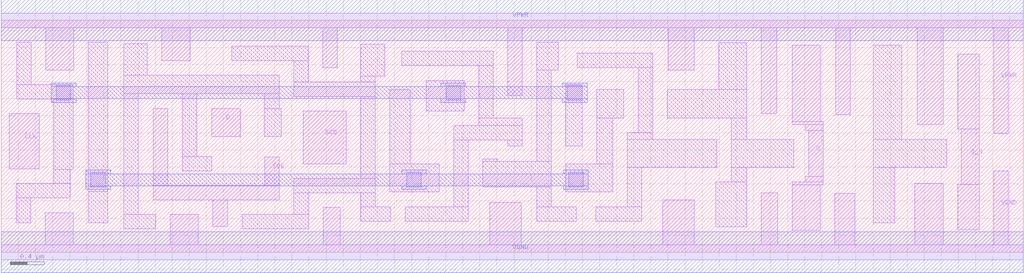
<source format=lef>
# Copyright 2020 The SkyWater PDK Authors
#
# Licensed under the Apache License, Version 2.0 (the "License");
# you may not use this file except in compliance with the License.
# You may obtain a copy of the License at
#
#     https://www.apache.org/licenses/LICENSE-2.0
#
# Unless required by applicable law or agreed to in writing, software
# distributed under the License is distributed on an "AS IS" BASIS,
# WITHOUT WARRANTIES OR CONDITIONS OF ANY KIND, either express or implied.
# See the License for the specific language governing permissions and
# limitations under the License.
#
# SPDX-License-Identifier: Apache-2.0

VERSION 5.5 ;
NAMESCASESENSITIVE ON ;
BUSBITCHARS "[]" ;
DIVIDERCHAR "/" ;
MACRO sky130_fd_sc_hd__sdfxbp_2
  CLASS CORE ;
  SOURCE USER ;
  ORIGIN  0.000000  0.000000 ;
  SIZE  11.96000 BY  2.720000 ;
  SYMMETRY X Y R90 ;
  SITE unithd ;
  PIN D
    ANTENNAGATEAREA  0.159000 ;
    DIRECTION INPUT ;
    USE SIGNAL ;
    PORT
      LAYER li1 ;
        RECT 2.460000 1.355000 2.795000 1.685000 ;
    END
  END D
  PIN Q
    ANTENNADIFFAREA  0.445500 ;
    DIRECTION OUTPUT ;
    USE SIGNAL ;
    PORT
      LAYER li1 ;
        RECT 9.255000 0.255000 9.585000 0.790000 ;
        RECT 9.255000 0.790000 9.615000 0.825000 ;
        RECT 9.255000 1.495000 9.615000 1.530000 ;
        RECT 9.255000 1.530000 9.585000 2.430000 ;
        RECT 9.410000 0.825000 9.615000 0.890000 ;
        RECT 9.410000 1.430000 9.615000 1.495000 ;
        RECT 9.445000 0.890000 9.615000 1.430000 ;
    END
  END Q
  PIN Q_N
    ANTENNADIFFAREA  0.445500 ;
    DIRECTION OUTPUT ;
    USE SIGNAL ;
    PORT
      LAYER li1 ;
        RECT 11.190000 0.265000 11.440000 0.795000 ;
        RECT 11.190000 1.445000 11.440000 2.325000 ;
        RECT 11.235000 0.795000 11.440000 1.445000 ;
    END
  END Q_N
  PIN SCD
    ANTENNAGATEAREA  0.159000 ;
    DIRECTION INPUT ;
    USE SIGNAL ;
    PORT
      LAYER li1 ;
        RECT 3.535000 1.035000 4.035000 1.655000 ;
    END
  END SCD
  PIN SCE
    ANTENNAGATEAREA  0.318000 ;
    DIRECTION INPUT ;
    USE SIGNAL ;
    PORT
      LAYER li1 ;
        RECT 1.780000 0.615000 3.255000 0.785000 ;
        RECT 1.780000 0.785000 1.950000 1.685000 ;
        RECT 2.475000 0.305000 2.650000 0.615000 ;
        RECT 3.085000 0.785000 3.255000 1.115000 ;
    END
  END SCE
  PIN CLK
    ANTENNAGATEAREA  0.159000 ;
    DIRECTION INPUT ;
    USE CLOCK ;
    PORT
      LAYER li1 ;
        RECT 0.095000 0.975000 0.445000 1.625000 ;
    END
  END CLK
  PIN VGND
    DIRECTION INOUT ;
    SHAPE ABUTMENT ;
    USE GROUND ;
    PORT
      LAYER li1 ;
        RECT  0.000000 -0.085000 11.960000 0.085000 ;
        RECT  0.515000  0.085000  0.845000 0.465000 ;
        RECT  1.975000  0.085000  2.305000 0.445000 ;
        RECT  3.765000  0.085000  3.965000 0.525000 ;
        RECT  5.715000  0.085000  6.085000 0.585000 ;
        RECT  7.740000  0.085000  8.110000 0.615000 ;
        RECT  8.895000  0.085000  9.085000 0.695000 ;
        RECT  9.755000  0.085000  9.985000 0.690000 ;
        RECT 10.690000  0.085000 11.020000 0.805000 ;
        RECT 11.610000  0.085000 11.780000 0.955000 ;
    END
    PORT
      LAYER met1 ;
        RECT 0.000000 -0.240000 11.960000 0.240000 ;
    END
  END VGND
  PIN VNB
    DIRECTION INOUT ;
    USE GROUND ;
    PORT
    END
  END VNB
  PIN VPB
    DIRECTION INOUT ;
    USE POWER ;
    PORT
    END
  END VPB
  PIN VPWR
    DIRECTION INOUT ;
    SHAPE ABUTMENT ;
    USE POWER ;
    PORT
      LAYER li1 ;
        RECT  0.000000 2.635000 11.960000 2.805000 ;
        RECT  0.520000 2.135000  0.850000 2.635000 ;
        RECT  1.880000 2.245000  2.210000 2.635000 ;
        RECT  3.760000 2.165000  3.930000 2.635000 ;
        RECT  5.925000 1.835000  6.095000 2.635000 ;
        RECT  7.805000 2.135000  8.110000 2.635000 ;
        RECT  8.895000 1.625000  9.075000 2.635000 ;
        RECT  9.765000 1.615000  9.935000 2.635000 ;
        RECT 10.715000 1.495000 11.020000 2.635000 ;
        RECT 11.610000 1.395000 11.780000 2.635000 ;
    END
    PORT
      LAYER met1 ;
        RECT 0.000000 2.480000 11.960000 2.960000 ;
    END
  END VPWR
  OBS
    LAYER li1 ;
      RECT  0.175000 0.345000  0.345000 0.635000 ;
      RECT  0.175000 0.635000  0.810000 0.805000 ;
      RECT  0.180000 1.795000  0.845000 1.965000 ;
      RECT  0.180000 1.965000  0.350000 2.465000 ;
      RECT  0.615000 0.805000  0.810000 0.970000 ;
      RECT  0.615000 0.970000  0.845000 1.795000 ;
      RECT  1.015000 0.345000  1.245000 0.715000 ;
      RECT  1.020000 0.715000  1.245000 2.465000 ;
      RECT  1.435000 0.275000  1.805000 0.445000 ;
      RECT  1.435000 0.445000  1.605000 1.860000 ;
      RECT  1.435000 1.860000  3.250000 2.075000 ;
      RECT  1.435000 2.075000  1.710000 2.445000 ;
      RECT  2.120000 0.955000  2.465000 1.125000 ;
      RECT  2.120000 1.125000  2.290000 1.860000 ;
      RECT  2.695000 2.245000  3.590000 2.415000 ;
      RECT  2.820000 0.275000  3.595000 0.445000 ;
      RECT  3.080000 1.355000  3.275000 1.685000 ;
      RECT  3.080000 1.685000  3.250000 1.860000 ;
      RECT  3.420000 1.825000  4.375000 1.995000 ;
      RECT  3.420000 1.995000  3.590000 2.245000 ;
      RECT  3.425000 0.445000  3.595000 0.695000 ;
      RECT  3.425000 0.695000  4.375000 0.865000 ;
      RECT  4.205000 0.365000  4.555000 0.535000 ;
      RECT  4.205000 0.535000  4.375000 0.695000 ;
      RECT  4.205000 0.865000  4.375000 1.825000 ;
      RECT  4.205000 1.995000  4.375000 2.065000 ;
      RECT  4.205000 2.065000  4.485000 2.440000 ;
      RECT  4.545000 0.705000  5.125000 1.035000 ;
      RECT  4.545000 1.035000  4.785000 1.905000 ;
      RECT  4.685000 2.190000  5.755000 2.360000 ;
      RECT  4.725000 0.365000  5.465000 0.535000 ;
      RECT  4.975000 1.655000  5.415000 2.010000 ;
      RECT  5.295000 0.535000  5.465000 1.315000 ;
      RECT  5.295000 1.315000  6.095000 1.485000 ;
      RECT  5.585000 1.485000  6.095000 1.575000 ;
      RECT  5.585000 1.575000  5.755000 2.190000 ;
      RECT  5.635000 0.765000  6.435000 1.065000 ;
      RECT  5.635000 1.065000  5.805000 1.095000 ;
      RECT  5.925000 1.245000  6.095000 1.315000 ;
      RECT  6.265000 0.365000  6.725000 0.535000 ;
      RECT  6.265000 0.535000  6.435000 0.765000 ;
      RECT  6.265000 1.065000  6.435000 2.135000 ;
      RECT  6.265000 2.135000  6.515000 2.465000 ;
      RECT  6.605000 0.705000  7.155000 1.035000 ;
      RECT  6.605000 1.245000  6.795000 1.965000 ;
      RECT  6.740000 2.165000  7.625000 2.335000 ;
      RECT  6.955000 0.365000  7.495000 0.535000 ;
      RECT  6.965000 1.035000  7.155000 1.575000 ;
      RECT  6.965000 1.575000  7.285000 1.905000 ;
      RECT  7.325000 0.535000  7.495000 0.995000 ;
      RECT  7.325000 0.995000  8.370000 1.325000 ;
      RECT  7.325000 1.325000  7.625000 1.405000 ;
      RECT  7.455000 1.405000  7.625000 2.165000 ;
      RECT  7.795000 1.575000  8.725000 1.905000 ;
      RECT  8.360000 0.300000  8.725000 0.825000 ;
      RECT  8.395000 1.905000  8.725000 2.455000 ;
      RECT  8.540000 0.825000  8.725000 0.995000 ;
      RECT  8.540000 0.995000  9.275000 1.325000 ;
      RECT  8.540000 1.325000  8.725000 1.575000 ;
      RECT 10.205000 0.345000 10.455000 0.995000 ;
      RECT 10.205000 0.995000 11.065000 1.325000 ;
      RECT 10.205000 1.325000 10.535000 2.425000 ;
    LAYER mcon ;
      RECT 0.645000 1.785000 0.815000 1.955000 ;
      RECT 1.050000 0.765000 1.220000 0.935000 ;
      RECT 4.745000 0.765000 4.915000 0.935000 ;
      RECT 5.205000 1.785000 5.375000 1.955000 ;
      RECT 6.625000 1.785000 6.795000 1.955000 ;
      RECT 6.640000 0.765000 6.810000 0.935000 ;
    LAYER met1 ;
      RECT 0.585000 1.755000 0.875000 1.800000 ;
      RECT 0.585000 1.800000 6.855000 1.940000 ;
      RECT 0.585000 1.940000 0.875000 1.985000 ;
      RECT 0.990000 0.735000 1.280000 0.780000 ;
      RECT 0.990000 0.780000 6.870000 0.920000 ;
      RECT 0.990000 0.920000 1.280000 0.965000 ;
      RECT 4.685000 0.735000 4.975000 0.780000 ;
      RECT 4.685000 0.920000 4.975000 0.965000 ;
      RECT 5.145000 1.755000 5.435000 1.800000 ;
      RECT 5.145000 1.940000 5.435000 1.985000 ;
      RECT 6.565000 1.755000 6.855000 1.800000 ;
      RECT 6.565000 1.940000 6.855000 1.985000 ;
      RECT 6.580000 0.735000 6.870000 0.780000 ;
      RECT 6.580000 0.920000 6.870000 0.965000 ;
  END
END sky130_fd_sc_hd__sdfxbp_2
END LIBRARY

</source>
